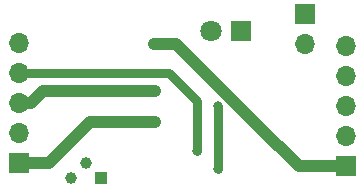
<source format=gbr>
G04 #@! TF.GenerationSoftware,KiCad,Pcbnew,5.1.9-73d0e3b20d~88~ubuntu20.04.1*
G04 #@! TF.CreationDate,2021-04-15T15:02:38+02:00*
G04 #@! TF.ProjectId,Switch3Vx,53776974-6368-4335-9678-2e6b69636164,rev?*
G04 #@! TF.SameCoordinates,Original*
G04 #@! TF.FileFunction,Copper,L2,Bot*
G04 #@! TF.FilePolarity,Positive*
%FSLAX46Y46*%
G04 Gerber Fmt 4.6, Leading zero omitted, Abs format (unit mm)*
G04 Created by KiCad (PCBNEW 5.1.9-73d0e3b20d~88~ubuntu20.04.1) date 2021-04-15 15:02:38*
%MOMM*%
%LPD*%
G01*
G04 APERTURE LIST*
G04 #@! TA.AperFunction,ComponentPad*
%ADD10C,1.000000*%
G04 #@! TD*
G04 #@! TA.AperFunction,ComponentPad*
%ADD11R,1.000000X1.000000*%
G04 #@! TD*
G04 #@! TA.AperFunction,ComponentPad*
%ADD12R,1.700000X1.700000*%
G04 #@! TD*
G04 #@! TA.AperFunction,ComponentPad*
%ADD13O,1.700000X1.700000*%
G04 #@! TD*
G04 #@! TA.AperFunction,ComponentPad*
%ADD14R,1.800000X1.800000*%
G04 #@! TD*
G04 #@! TA.AperFunction,ComponentPad*
%ADD15C,1.800000*%
G04 #@! TD*
G04 #@! TA.AperFunction,ViaPad*
%ADD16C,0.800000*%
G04 #@! TD*
G04 #@! TA.AperFunction,Conductor*
%ADD17C,1.000000*%
G04 #@! TD*
G04 #@! TA.AperFunction,Conductor*
%ADD18C,0.800000*%
G04 #@! TD*
G04 APERTURE END LIST*
D10*
X41529000Y-96520000D03*
X40259000Y-97790000D03*
D11*
X42799000Y-97790000D03*
D12*
X63500000Y-96774000D03*
D13*
X63500000Y-94234000D03*
X63500000Y-91694000D03*
X63500000Y-89154000D03*
X63500000Y-86614000D03*
D14*
X54610000Y-85344000D03*
D15*
X52070000Y-85344000D03*
D12*
X35814000Y-96520000D03*
D13*
X35814000Y-93980000D03*
X35814000Y-91440000D03*
X35814000Y-88900000D03*
X35814000Y-86360000D03*
D12*
X60071000Y-83947000D03*
D13*
X60071000Y-86487000D03*
D16*
X47371000Y-93091000D03*
X47244000Y-86487000D03*
X47371000Y-90424000D03*
X52705000Y-91694000D03*
X52705000Y-97028000D03*
X50927000Y-95504000D03*
D17*
X37846000Y-96520000D02*
X35814000Y-96520000D01*
X38411685Y-96520000D02*
X37846000Y-96520000D01*
X41840685Y-93091000D02*
X38411685Y-96520000D01*
X47371000Y-93091000D02*
X41840685Y-93091000D01*
X49149000Y-86487000D02*
X47244000Y-86487000D01*
X51308000Y-88646000D02*
X49149000Y-86487000D01*
X57785000Y-95123000D02*
X51308000Y-88646000D01*
X57854315Y-95123000D02*
X57785000Y-95123000D01*
X59505315Y-96774000D02*
X57854315Y-95123000D01*
X62484000Y-96774000D02*
X59505315Y-96774000D01*
X37846000Y-90424000D02*
X47371000Y-90424000D01*
X37846000Y-90424000D02*
X36830000Y-91440000D01*
X36830000Y-91440000D02*
X35814000Y-91440000D01*
D18*
X52705000Y-97028000D02*
X52705000Y-91694000D01*
X35814000Y-88900000D02*
X48514000Y-88900000D01*
X48514000Y-88900000D02*
X50927000Y-91313000D01*
X50927000Y-91313000D02*
X50927000Y-95504000D01*
X50927000Y-95504000D02*
X50927000Y-95504000D01*
M02*

</source>
